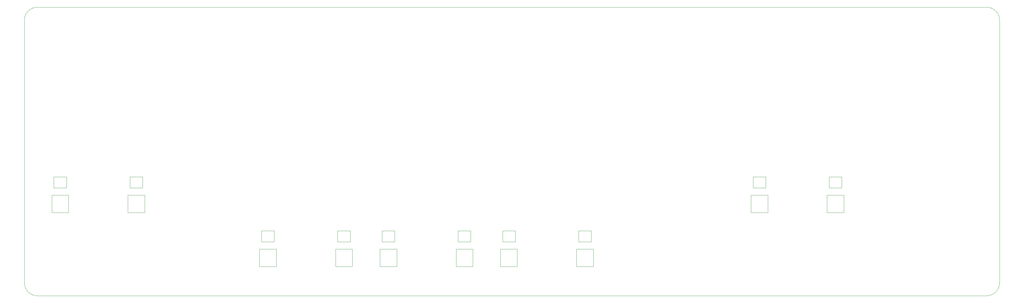
<source format=gbr>
%TF.GenerationSoftware,KiCad,Pcbnew,(7.0.0-0)*%
%TF.CreationDate,2023-02-20T18:35:34-08:00*%
%TF.ProjectId,mt-choc,6d742d63-686f-4632-9e6b-696361645f70,v1.0*%
%TF.SameCoordinates,Original*%
%TF.FileFunction,Profile,NP*%
%FSLAX46Y46*%
G04 Gerber Fmt 4.6, Leading zero omitted, Abs format (unit mm)*
G04 Created by KiCad (PCBNEW (7.0.0-0)) date 2023-02-20 18:35:34*
%MOMM*%
%LPD*%
G01*
G04 APERTURE LIST*
%TA.AperFunction,Profile*%
%ADD10C,0.038100*%
%TD*%
%TA.AperFunction,Profile*%
%ADD11C,0.120000*%
%TD*%
G04 APERTURE END LIST*
D10*
X362500000Y-82500000D02*
G75*
G03*
X358500000Y-78500000I-4000000J0D01*
G01*
X358500000Y-169500000D02*
G75*
G03*
X362500000Y-165500000I0J4000000D01*
G01*
X362500000Y-165500000D02*
X362500000Y-82500000D01*
X55000000Y-165500000D02*
X55000000Y-82500000D01*
X59000000Y-169500000D02*
X358500000Y-169500000D01*
X59000000Y-78500000D02*
X358500000Y-78500000D01*
X55000000Y-165500000D02*
G75*
G03*
X59000000Y-169500000I4000000J0D01*
G01*
X59000000Y-78500000D02*
G75*
G03*
X55000000Y-82500000I0J-4000000D01*
G01*
D11*
%TO.C,SW24*%
X129100000Y-154800000D02*
X129100000Y-160300000D01*
X129100000Y-154800000D02*
X134400000Y-154800000D01*
X129100000Y-160300000D02*
X134400000Y-160300000D01*
X129750000Y-149000000D02*
X129750000Y-152500000D01*
X129750000Y-149000000D02*
X133750000Y-149000000D01*
X129750000Y-152500000D02*
X133750000Y-152500000D01*
X133750000Y-152500000D02*
X133750000Y-149000000D01*
X134400000Y-160300000D02*
X134400000Y-154800000D01*
X153100000Y-154800000D02*
X153100000Y-160300000D01*
X153100000Y-154800000D02*
X158400000Y-154800000D01*
X153100000Y-160300000D02*
X158400000Y-160300000D01*
X153750000Y-149000000D02*
X153750000Y-152500000D01*
X153750000Y-149000000D02*
X157750000Y-149000000D01*
X153750000Y-152500000D02*
X157750000Y-152500000D01*
X157750000Y-152500000D02*
X157750000Y-149000000D01*
X158400000Y-160300000D02*
X158400000Y-154800000D01*
X167100000Y-154800000D02*
X167100000Y-160300000D01*
X167100000Y-154800000D02*
X172400000Y-154800000D01*
X167100000Y-160300000D02*
X172400000Y-160300000D01*
X167750000Y-149000000D02*
X167750000Y-152500000D01*
X167750000Y-149000000D02*
X171750000Y-149000000D01*
X167750000Y-152500000D02*
X171750000Y-152500000D01*
X171750000Y-152500000D02*
X171750000Y-149000000D01*
X172400000Y-160300000D02*
X172400000Y-154800000D01*
X191100000Y-154800000D02*
X191100000Y-160300000D01*
X191100000Y-154800000D02*
X196400000Y-154800000D01*
X191100000Y-160300000D02*
X196400000Y-160300000D01*
X191750000Y-149000000D02*
X191750000Y-152500000D01*
X191750000Y-149000000D02*
X195750000Y-149000000D01*
X191750000Y-152500000D02*
X195750000Y-152500000D01*
X195750000Y-152500000D02*
X195750000Y-149000000D01*
X196400000Y-160300000D02*
X196400000Y-154800000D01*
X205100000Y-154800000D02*
X205100000Y-160300000D01*
X205100000Y-154800000D02*
X210400000Y-154800000D01*
X205100000Y-160300000D02*
X210400000Y-160300000D01*
X205750000Y-149000000D02*
X205750000Y-152500000D01*
X205750000Y-149000000D02*
X209750000Y-149000000D01*
X205750000Y-152500000D02*
X209750000Y-152500000D01*
X209750000Y-152500000D02*
X209750000Y-149000000D01*
X210400000Y-160300000D02*
X210400000Y-154800000D01*
X229100000Y-154800000D02*
X229100000Y-160300000D01*
X229100000Y-154800000D02*
X234400000Y-154800000D01*
X229100000Y-160300000D02*
X234400000Y-160300000D01*
X229750000Y-149000000D02*
X229750000Y-152500000D01*
X229750000Y-149000000D02*
X233750000Y-149000000D01*
X229750000Y-152500000D02*
X233750000Y-152500000D01*
X233750000Y-152500000D02*
X233750000Y-149000000D01*
X234400000Y-160300000D02*
X234400000Y-154800000D01*
%TO.C,SW4*%
X63600000Y-137800000D02*
X63600000Y-143300000D01*
X63600000Y-137800000D02*
X68900000Y-137800000D01*
X63600000Y-143300000D02*
X68900000Y-143300000D01*
X64250000Y-132000000D02*
X64250000Y-135500000D01*
X64250000Y-132000000D02*
X68250000Y-132000000D01*
X64250000Y-135500000D02*
X68250000Y-135500000D01*
X68250000Y-135500000D02*
X68250000Y-132000000D01*
X68900000Y-143300000D02*
X68900000Y-137800000D01*
X87600000Y-137800000D02*
X87600000Y-143300000D01*
X87600000Y-137800000D02*
X92900000Y-137800000D01*
X87600000Y-143300000D02*
X92900000Y-143300000D01*
X88250000Y-132000000D02*
X88250000Y-135500000D01*
X88250000Y-132000000D02*
X92250000Y-132000000D01*
X88250000Y-135500000D02*
X92250000Y-135500000D01*
X92250000Y-135500000D02*
X92250000Y-132000000D01*
X92900000Y-143300000D02*
X92900000Y-137800000D01*
%TO.C,SW55*%
X284100000Y-137800000D02*
X284100000Y-143300000D01*
X284100000Y-137800000D02*
X289400000Y-137800000D01*
X284100000Y-143300000D02*
X289400000Y-143300000D01*
X284750000Y-132000000D02*
X284750000Y-135500000D01*
X284750000Y-132000000D02*
X288750000Y-132000000D01*
X284750000Y-135500000D02*
X288750000Y-135500000D01*
X288750000Y-135500000D02*
X288750000Y-132000000D01*
X289400000Y-143300000D02*
X289400000Y-137800000D01*
X308100000Y-137800000D02*
X308100000Y-143300000D01*
X308100000Y-137800000D02*
X313400000Y-137800000D01*
X308100000Y-143300000D02*
X313400000Y-143300000D01*
X308750000Y-132000000D02*
X308750000Y-135500000D01*
X308750000Y-132000000D02*
X312750000Y-132000000D01*
X308750000Y-135500000D02*
X312750000Y-135500000D01*
X312750000Y-135500000D02*
X312750000Y-132000000D01*
X313400000Y-143300000D02*
X313400000Y-137800000D01*
%TD*%
M02*

</source>
